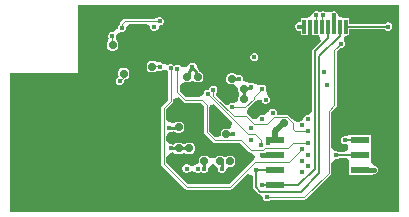
<source format=gbl>
G04*
G04 #@! TF.GenerationSoftware,Altium Limited,Altium Designer,23.3.1 (30)*
G04*
G04 Layer_Physical_Order=4*
G04 Layer_Color=16711680*
%FSAX44Y44*%
%MOMM*%
G71*
G04*
G04 #@! TF.SameCoordinates,E4202109-5C2D-4CF9-8B46-EFF2A95DF25D*
G04*
G04*
G04 #@! TF.FilePolarity,Positive*
G04*
G01*
G75*
G04:AMPARAMS|DCode=21|XSize=0.6mm|YSize=0.6mm|CornerRadius=0.15mm|HoleSize=0mm|Usage=FLASHONLY|Rotation=180.000|XOffset=0mm|YOffset=0mm|HoleType=Round|Shape=RoundedRectangle|*
%AMROUNDEDRECTD21*
21,1,0.6000,0.3000,0,0,180.0*
21,1,0.3000,0.6000,0,0,180.0*
1,1,0.3000,-0.1500,0.1500*
1,1,0.3000,0.1500,0.1500*
1,1,0.3000,0.1500,-0.1500*
1,1,0.3000,-0.1500,-0.1500*
%
%ADD21ROUNDEDRECTD21*%
G04:AMPARAMS|DCode=34|XSize=0.6mm|YSize=0.6mm|CornerRadius=0.15mm|HoleSize=0mm|Usage=FLASHONLY|Rotation=90.000|XOffset=0mm|YOffset=0mm|HoleType=Round|Shape=RoundedRectangle|*
%AMROUNDEDRECTD34*
21,1,0.6000,0.3000,0,0,90.0*
21,1,0.3000,0.6000,0,0,90.0*
1,1,0.3000,0.1500,0.1500*
1,1,0.3000,0.1500,-0.1500*
1,1,0.3000,-0.1500,-0.1500*
1,1,0.3000,-0.1500,0.1500*
%
%ADD34ROUNDEDRECTD34*%
%ADD76C,0.1250*%
%ADD77C,0.1600*%
%ADD78C,0.3000*%
%ADD79C,0.2500*%
%ADD80C,0.4000*%
%ADD81C,0.4000*%
%ADD82R,2.7000X3.0000*%
%ADD83R,0.3000X1.2000*%
%ADD84R,1.6000X0.6000*%
%ADD85C,0.5000*%
G36*
X00541450Y00256550D02*
X00211547D01*
Y00374000D01*
X00269000D01*
Y00431452D01*
X00541450D01*
Y00256550D01*
D02*
G37*
%LPC*%
G36*
X00337904Y00421500D02*
X00336617Y00420967D01*
X00336478Y00420828D01*
X00332252Y00420167D01*
X00332252D01*
X00326931Y00420167D01*
X00314598D01*
X00309100D01*
X00309100Y00420167D01*
X00308271Y00420002D01*
X00308271Y00420002D01*
X00308271Y00420002D01*
X00307568Y00419532D01*
X00307568Y00419532D01*
X00305068Y00417032D01*
X00304598Y00416329D01*
X00304598Y00416329D01*
X00304491Y00415791D01*
X00303633Y00414483D01*
X00303100Y00413196D01*
X00303100Y00411976D01*
X00302256Y00410985D01*
X00299384Y00409015D01*
X00298980Y00409182D01*
X00298979Y00409183D01*
X00298979Y00409183D01*
X00298406Y00409183D01*
X00297587D01*
X00296300Y00408650D01*
X00295316Y00407665D01*
X00295316Y00407665D01*
X00295157Y00407282D01*
X00294783Y00406379D01*
Y00404986D01*
X00295294Y00403565D01*
X00294918Y00401189D01*
X00294255Y00400197D01*
X00294022Y00399026D01*
Y00396026D01*
X00294255Y00394855D01*
X00294918Y00393863D01*
X00295911Y00393200D01*
X00297081Y00392967D01*
X00300081D01*
X00301252Y00393200D01*
X00302244Y00393863D01*
X00302907Y00394855D01*
X00303140Y00396026D01*
Y00399026D01*
X00302907Y00400197D01*
X00302244Y00401189D01*
X00301470Y00403143D01*
X00301783Y00404986D01*
X00301783Y00406207D01*
X00302627Y00407197D01*
X00305498Y00409168D01*
X00305904Y00409000D01*
X00306476Y00409000D01*
X00307296D01*
X00308583Y00409533D01*
X00309567Y00410517D01*
X00309567Y00410517D01*
X00309772Y00411012D01*
X00310100Y00411804D01*
Y00413196D01*
X00313640Y00415667D01*
X00313878Y00415833D01*
X00326529Y00415833D01*
X00330549Y00413779D01*
X00330549Y00412387D01*
X00330549Y00412387D01*
X00331082Y00411101D01*
X00331082Y00411100D01*
X00332066Y00410116D01*
X00332859Y00409788D01*
X00333353Y00409583D01*
X00333353Y00409583D01*
X00334745D01*
X00336031Y00410116D01*
X00337016Y00411100D01*
X00337016Y00411101D01*
X00337549Y00412387D01*
X00337800Y00413883D01*
X00339296Y00414500D01*
X00340583Y00415033D01*
X00341189Y00415639D01*
X00341567Y00416017D01*
X00341567Y00416017D01*
X00341567Y00416018D01*
X00342100Y00417304D01*
Y00418696D01*
X00342100Y00418696D01*
X00341567Y00419982D01*
Y00419983D01*
X00340583Y00420967D01*
X00339296Y00421500D01*
X00337904D01*
X00337904Y00421500D01*
D02*
G37*
G36*
X00470304Y00426665D02*
X00470304Y00426665D01*
X00469017Y00426133D01*
X00468033Y00425148D01*
X00468033Y00425148D01*
X00467500Y00423862D01*
X00467500Y00423862D01*
X00467500Y00423364D01*
X00464741Y00421461D01*
X00463343Y00420950D01*
X00458000D01*
Y00417454D01*
X00457246Y00416950D01*
X00455854Y00416950D01*
X00455854Y00416950D01*
X00454567Y00416417D01*
X00453961Y00415811D01*
X00453775Y00415625D01*
Y00415625D01*
X00453583Y00415433D01*
X00453583Y00415433D01*
X00453583Y00415432D01*
X00453050Y00414146D01*
X00453050Y00414146D01*
Y00412754D01*
X00453050Y00412754D01*
X00453583Y00411468D01*
X00453583Y00411467D01*
X00453583D01*
X00454567Y00410483D01*
X00455854Y00409950D01*
X00457246D01*
X00457246Y00409950D01*
X00458000Y00409446D01*
Y00405950D01*
X00463500D01*
X00464000Y00405950D01*
X00468000D01*
X00468500Y00405950D01*
X00473220D01*
X00475084Y00401450D01*
X00467992Y00394358D01*
X00467483Y00393597D01*
X00467305Y00392700D01*
X00467305Y00392700D01*
Y00342095D01*
X00464346Y00338450D01*
X00462954D01*
X00461667Y00337917D01*
X00460683Y00336933D01*
X00458604Y00333450D01*
X00457838Y00333133D01*
X00456708Y00332939D01*
X00454586Y00333015D01*
X00450937Y00335069D01*
Y00335069D01*
X00450937D01*
X00447926Y00338081D01*
X00447223Y00338551D01*
X00446394Y00338716D01*
X00438306D01*
X00437651Y00339696D01*
X00437651Y00341089D01*
X00437651Y00341089D01*
X00437118Y00342375D01*
X00437118Y00342375D01*
X00436134Y00343360D01*
X00435341Y00343688D01*
X00434847Y00343893D01*
X00434847Y00343892D01*
X00433455D01*
X00432169Y00343360D01*
X00431184Y00342375D01*
X00431184Y00342375D01*
X00430805Y00341459D01*
X00430024Y00340744D01*
X00426554Y00338839D01*
X00426494Y00338827D01*
X00426196Y00338950D01*
X00424804D01*
X00423517Y00338417D01*
X00422533Y00337433D01*
X00422000Y00336146D01*
X00417564Y00334600D01*
X00413132Y00339032D01*
X00413117Y00339042D01*
X00412831Y00340056D01*
X00412707Y00342109D01*
X00412909Y00343994D01*
X00415987Y00347073D01*
X00416914Y00348000D01*
X00419169Y00350255D01*
X00421610Y00351227D01*
X00424532Y00351080D01*
X00424850Y00350929D01*
X00425178Y00350136D01*
X00425383Y00349642D01*
X00425383Y00349642D01*
X00426367Y00348658D01*
X00427654Y00348125D01*
X00429046Y00348125D01*
X00429046Y00348125D01*
X00429540Y00348330D01*
X00430333Y00348658D01*
X00430333Y00348658D01*
X00431317Y00349642D01*
X00431317Y00349642D01*
X00431727Y00350633D01*
X00431850Y00350929D01*
X00431850Y00350929D01*
X00431850Y00350929D01*
X00431850Y00351201D01*
X00431850Y00352321D01*
X00431850Y00352321D01*
X00431850Y00352321D01*
X00431317Y00353608D01*
X00430359Y00354566D01*
X00430253Y00354791D01*
X00428791Y00358454D01*
X00428702Y00359625D01*
X00428900Y00360104D01*
X00428900Y00360104D01*
Y00361496D01*
X00428572Y00362289D01*
X00428367Y00362783D01*
X00428367Y00362783D01*
X00427383Y00363767D01*
X00427383Y00363767D01*
X00426889Y00363972D01*
X00426096Y00364300D01*
X00424704D01*
X00424704Y00364300D01*
X00423695Y00363882D01*
X00423213Y00363798D01*
X00419443Y00364361D01*
X00418585Y00364814D01*
X00417983Y00365417D01*
X00416696Y00365950D01*
X00415304D01*
X00414017Y00365417D01*
X00409831Y00367332D01*
X00409000Y00368504D01*
X00409000Y00369896D01*
X00408467Y00371183D01*
X00407483Y00372167D01*
X00406196Y00372700D01*
X00404804D01*
X00403663Y00372228D01*
X00403239Y00372863D01*
X00402247Y00373526D01*
X00401076Y00373759D01*
X00398076D01*
X00396906Y00373526D01*
X00395913Y00372863D01*
X00395250Y00371870D01*
X00395017Y00370700D01*
Y00367700D01*
X00395250Y00366530D01*
X00395913Y00365537D01*
X00396906Y00364874D01*
X00398076Y00364641D01*
X00401076D01*
X00401375Y00364701D01*
X00401691Y00364552D01*
X00404056Y00362548D01*
X00405017Y00361313D01*
Y00358699D01*
X00405250Y00357529D01*
X00405753Y00356074D01*
X00405250Y00354620D01*
X00405017Y00353449D01*
Y00350896D01*
X00403584Y00349723D01*
X00400832Y00348425D01*
X00400046Y00348750D01*
X00398654D01*
X00397367Y00348217D01*
X00396383Y00347233D01*
X00394894Y00346936D01*
X00386017Y00355814D01*
Y00357217D01*
X00386817Y00358017D01*
X00387350Y00359304D01*
Y00360696D01*
X00386817Y00361983D01*
X00385833Y00362967D01*
X00384546Y00363500D01*
X00383154D01*
X00381867Y00362967D01*
X00380883Y00361983D01*
X00380350Y00360696D01*
Y00360203D01*
X00380046Y00360000D01*
X00378654D01*
X00377367Y00359467D01*
X00376383Y00358483D01*
X00375850Y00357196D01*
X00375119Y00355354D01*
X00371968Y00353417D01*
X00360964D01*
X00355517Y00358864D01*
Y00363478D01*
X00356720Y00364482D01*
X00360017Y00366264D01*
X00360251Y00366217D01*
X00363251D01*
X00364421Y00366450D01*
X00365414Y00367113D01*
X00367088D01*
X00368080Y00366450D01*
X00369251Y00366217D01*
X00372251D01*
X00373421Y00366450D01*
X00374414Y00367113D01*
X00375077Y00368106D01*
X00375310Y00369276D01*
Y00372276D01*
X00375077Y00373447D01*
X00374414Y00374439D01*
X00373421Y00375102D01*
X00372251Y00375335D01*
X00371959D01*
Y00375598D01*
X00371746Y00376671D01*
X00371138Y00377580D01*
X00369750Y00378968D01*
Y00380146D01*
X00369217Y00381433D01*
X00368233Y00382417D01*
X00366946Y00382950D01*
X00365554D01*
X00364267Y00382417D01*
X00363283Y00381433D01*
X00362750Y00380146D01*
X00360739Y00379056D01*
X00356317Y00379483D01*
X00355333Y00380467D01*
X00354046Y00381000D01*
X00352654D01*
X00351367Y00380467D01*
X00351359Y00380459D01*
X00350817Y00380233D01*
X00350817Y00380233D01*
X00349833Y00381217D01*
X00348546Y00381750D01*
X00347154D01*
X00347154Y00381750D01*
X00346157Y00381337D01*
X00345736Y00381227D01*
X00342239Y00381477D01*
X00340885Y00382114D01*
X00340483Y00382517D01*
X00339196Y00383050D01*
X00337804D01*
X00336517Y00382517D01*
X00336367Y00382532D01*
X00335912Y00383213D01*
X00334920Y00383876D01*
X00333749Y00384109D01*
X00330749D01*
X00329579Y00383876D01*
X00328586Y00383213D01*
X00327923Y00382220D01*
X00327690Y00381050D01*
Y00378050D01*
X00327923Y00376879D01*
X00328586Y00375887D01*
X00329579Y00375224D01*
X00330749Y00374991D01*
X00333749D01*
X00334920Y00375224D01*
X00335912Y00375887D01*
X00336367Y00376568D01*
X00336517Y00376583D01*
X00337804Y00376050D01*
X00339196D01*
X00340193Y00376463D01*
X00340614Y00376573D01*
X00344111Y00376323D01*
X00345465Y00375686D01*
X00345683Y00375467D01*
Y00351194D01*
X00340368Y00345879D01*
X00339898Y00345176D01*
X00339733Y00344347D01*
Y00297300D01*
X00339898Y00296471D01*
X00340368Y00295768D01*
X00360118Y00276018D01*
X00360821Y00275548D01*
X00361650Y00275383D01*
X00398400D01*
X00399229Y00275548D01*
X00399932Y00276018D01*
X00412641Y00288727D01*
X00413192Y00288943D01*
X00417455Y00287177D01*
Y00277219D01*
X00417455Y00277219D01*
X00417634Y00276322D01*
X00418142Y00275561D01*
X00421811Y00271892D01*
X00422572Y00271383D01*
X00422572D01*
X00423854Y00270701D01*
X00425650Y00268354D01*
X00426183Y00267067D01*
X00427167Y00266083D01*
X00428454Y00265550D01*
X00429846D01*
X00431133Y00266083D01*
X00431933Y00266883D01*
X00460900D01*
X00461729Y00267048D01*
X00462432Y00267518D01*
X00483182Y00288268D01*
X00483652Y00288971D01*
X00483817Y00289800D01*
Y00297304D01*
X00486654Y00301000D01*
X00488046Y00301000D01*
X00489333Y00301533D01*
X00489955Y00302155D01*
X00496645D01*
X00498750Y00300050D01*
Y00296350D01*
X00498750Y00295550D01*
Y00287350D01*
X00517750D01*
X00517750Y00287350D01*
X00520446Y00288450D01*
X00520446D01*
X00520446Y00288450D01*
X00520771Y00288584D01*
X00521116Y00288653D01*
X00521116Y00288653D01*
X00521408Y00288848D01*
X00521733Y00288983D01*
X00521981Y00289231D01*
X00522273Y00289427D01*
X00522273Y00289427D01*
X00522469Y00289719D01*
X00522717Y00289967D01*
X00522852Y00290292D01*
X00523047Y00290584D01*
X00523047Y00290585D01*
X00523116Y00290929D01*
X00523250Y00291254D01*
X00523250Y00291254D01*
Y00291605D01*
X00523319Y00291950D01*
X00523250Y00292295D01*
X00523250Y00292646D01*
X00523250Y00292646D01*
X00523116Y00292971D01*
X00523047Y00293316D01*
X00523047Y00293316D01*
X00522852Y00293608D01*
X00522717Y00293933D01*
X00522469Y00294181D01*
X00522273Y00294473D01*
X00522273Y00294473D01*
X00521981Y00294669D01*
X00521733Y00294917D01*
X00521408Y00295052D01*
X00521116Y00295247D01*
X00521116Y00295247D01*
X00521116Y00295247D01*
X00520771Y00295315D01*
X00520446Y00295450D01*
X00520446Y00295450D01*
X00517750Y00298833D01*
Y00300050D01*
X00517750Y00300850D01*
Y00308250D01*
X00517750Y00309050D01*
Y00312750D01*
X00517750Y00313550D01*
Y00321750D01*
X00498750D01*
X00498750Y00321750D01*
X00496046Y00320750D01*
X00494654D01*
X00493367Y00320217D01*
X00492383Y00319233D01*
X00491850Y00317946D01*
Y00316554D01*
X00492383Y00315267D01*
X00493367Y00314283D01*
X00494654Y00313750D01*
X00496046D01*
X00497756Y00313118D01*
X00497872Y00308556D01*
X00494832Y00306845D01*
X00489955D01*
X00489333Y00307467D01*
X00488046Y00308000D01*
X00486654Y00308000D01*
X00483817Y00311695D01*
Y00341403D01*
X00487932Y00345518D01*
X00488402Y00346221D01*
X00488567Y00347050D01*
Y00392402D01*
X00491464Y00395300D01*
X00492596D01*
X00493388Y00395628D01*
X00493883Y00395833D01*
X00493883Y00395833D01*
X00494867Y00396817D01*
X00495400Y00398104D01*
Y00399496D01*
X00495400Y00399496D01*
X00494867Y00400783D01*
X00494226Y00401714D01*
X00494348Y00402940D01*
X00495483Y00405799D01*
X00497644Y00405950D01*
X00499000D01*
Y00411105D01*
X00529325D01*
X00529947Y00410483D01*
X00531234Y00409950D01*
X00532626D01*
X00533913Y00410483D01*
X00534897Y00411467D01*
X00535430Y00412754D01*
Y00414146D01*
X00534897Y00415433D01*
X00533913Y00416417D01*
X00532626Y00416950D01*
X00531234D01*
X00529947Y00416417D01*
X00529325Y00415795D01*
X00499000D01*
Y00420950D01*
X00493657D01*
X00489500Y00422469D01*
Y00423862D01*
X00488967Y00425148D01*
X00487983Y00426133D01*
X00486696Y00426665D01*
X00485304D01*
X00484017Y00426133D01*
X00483955Y00426070D01*
X00481551Y00425356D01*
X00478633Y00425767D01*
X00477346Y00426300D01*
X00475954D01*
X00474667Y00425767D01*
X00472983Y00426133D01*
X00471696Y00426665D01*
X00471696Y00426665D01*
X00470304Y00426665D01*
X00470304Y00426665D01*
D02*
G37*
G36*
X00419196Y00391100D02*
X00417804D01*
X00416517Y00390567D01*
X00415533Y00389583D01*
X00415000Y00388296D01*
Y00386904D01*
X00415533Y00385617D01*
X00416517Y00384633D01*
X00417804Y00384100D01*
X00419196D01*
X00420483Y00384633D01*
X00421467Y00385617D01*
X00422000Y00386904D01*
Y00388296D01*
X00421467Y00389583D01*
X00420483Y00390567D01*
X00419196Y00391100D01*
D02*
G37*
G36*
X00309499Y00378183D02*
X00306499D01*
X00305329Y00377950D01*
X00304336Y00377287D01*
X00303673Y00376295D01*
X00303440Y00375124D01*
Y00372124D01*
X00303673Y00370953D01*
X00303541Y00370517D01*
X00302727Y00370179D01*
X00302727Y00370179D01*
X00301742Y00369195D01*
X00301209Y00367909D01*
X00301209Y00367908D01*
X00301209Y00366516D01*
X00301209Y00366516D01*
X00301742Y00365230D01*
X00302727Y00364245D01*
X00302727Y00364245D01*
X00304013Y00363712D01*
X00304013Y00363712D01*
X00304285Y00363712D01*
X00305406D01*
X00306692Y00364245D01*
X00306692D01*
X00307676Y00365230D01*
X00307677Y00365230D01*
X00307781Y00365481D01*
X00308209Y00366516D01*
Y00367648D01*
X00309282Y00368721D01*
X00309514Y00369068D01*
X00310670Y00369298D01*
X00311662Y00369961D01*
X00312325Y00370953D01*
X00312558Y00372124D01*
Y00375124D01*
X00312325Y00376295D01*
X00311662Y00377287D01*
X00310670Y00377950D01*
X00309499Y00378183D01*
D02*
G37*
%LPD*%
G36*
X00399829Y00332691D02*
X00398708Y00327448D01*
X00397271Y00326826D01*
X00396101Y00327059D01*
X00393101D01*
X00391930Y00326826D01*
X00390938Y00326163D01*
X00390275Y00325171D01*
X00390042Y00324000D01*
Y00321000D01*
X00387364Y00319750D01*
X00385745Y00319535D01*
X00380517Y00324764D01*
Y00345640D01*
X00384826Y00347678D01*
X00384841Y00347679D01*
X00399829Y00332691D01*
D02*
G37*
G36*
X00358534Y00349718D02*
X00359237Y00349248D01*
X00360066Y00349083D01*
X00373452D01*
X00376183Y00346353D01*
Y00323866D01*
X00376348Y00323037D01*
X00376818Y00322334D01*
X00383684Y00315468D01*
X00384387Y00314998D01*
X00385216Y00314833D01*
X00406453D01*
X00413943Y00307343D01*
X00414646Y00306873D01*
X00415475Y00306708D01*
X00416104D01*
X00418842Y00303478D01*
X00418264Y00300330D01*
X00417818Y00300032D01*
X00397503Y00279717D01*
X00362547D01*
X00344067Y00298197D01*
Y00303041D01*
X00347054Y00306674D01*
X00348446Y00306674D01*
X00349733Y00307207D01*
X00350836Y00306511D01*
X00351829Y00305848D01*
X00352999Y00305615D01*
X00355999D01*
X00357170Y00305848D01*
X00358162Y00306511D01*
X00359836D01*
X00360829Y00305848D01*
X00361999Y00305615D01*
X00364999D01*
X00366170Y00305848D01*
X00367162Y00306511D01*
X00367825Y00307503D01*
X00368058Y00308674D01*
Y00311674D01*
X00367825Y00312845D01*
X00367162Y00313837D01*
X00366170Y00314500D01*
X00364999Y00314733D01*
X00361999D01*
X00360829Y00314500D01*
X00359836Y00313837D01*
X00358162D01*
X00357170Y00314500D01*
X00355999Y00314733D01*
X00352999D01*
X00351829Y00314500D01*
X00350836Y00313837D01*
X00349733Y00313141D01*
X00348446Y00313674D01*
X00347054Y00313674D01*
X00344067Y00317307D01*
Y00319952D01*
X00346054Y00324000D01*
X00347446D01*
X00348733Y00324533D01*
X00350837Y00324571D01*
X00351829Y00323909D01*
X00353000Y00323676D01*
X00356000D01*
X00357170Y00323909D01*
X00358163Y00324571D01*
X00358826Y00325564D01*
X00359059Y00326734D01*
Y00329734D01*
X00358826Y00330905D01*
X00358163Y00331897D01*
X00357170Y00332560D01*
X00356000Y00332793D01*
X00353000D01*
X00351829Y00332560D01*
X00350837Y00331897D01*
X00350191Y00331458D01*
X00345383Y00332365D01*
X00344067Y00335048D01*
Y00343449D01*
X00349382Y00348765D01*
X00349852Y00349468D01*
X00350017Y00350297D01*
Y00351872D01*
X00354517Y00353736D01*
X00358534Y00349718D01*
D02*
G37*
%LPC*%
G36*
X00399499Y00303933D02*
X00396499D01*
X00395329Y00303700D01*
X00394336Y00303037D01*
X00393162D01*
X00392170Y00303700D01*
X00390999Y00303933D01*
X00387999D01*
X00386829Y00303700D01*
X00385836Y00303037D01*
X00385205Y00302092D01*
X00384952Y00302045D01*
X00380848D01*
X00380594Y00302092D01*
X00379963Y00303037D01*
X00378970Y00303700D01*
X00377800Y00303933D01*
X00374800D01*
X00373629Y00303700D01*
X00372637Y00303037D01*
X00371974Y00302045D01*
X00371741Y00300874D01*
Y00300858D01*
X00371519Y00297719D01*
X00370054Y00296700D01*
X00368767Y00296167D01*
X00368741Y00296141D01*
X00366025Y00295559D01*
X00363309Y00296141D01*
X00363283Y00296167D01*
X00361996Y00296700D01*
X00360604D01*
X00359317Y00296167D01*
X00358333Y00295183D01*
X00357800Y00293896D01*
Y00292504D01*
X00358333Y00291217D01*
X00359317Y00290233D01*
X00360604Y00289700D01*
X00361996D01*
X00363283Y00290233D01*
X00363309Y00290259D01*
X00366025Y00290841D01*
X00368741Y00290259D01*
X00368767Y00290233D01*
X00370054Y00289700D01*
X00371446D01*
X00372733Y00290233D01*
X00373500Y00291000D01*
X00374267Y00290233D01*
X00375554Y00289700D01*
X00376946D01*
X00378233Y00290233D01*
X00379217Y00291217D01*
X00379750Y00292504D01*
Y00293896D01*
X00383458Y00296703D01*
X00384413D01*
X00387750Y00293363D01*
X00387750Y00292504D01*
X00387750Y00292504D01*
X00388283Y00291217D01*
X00388283Y00291217D01*
X00388889Y00290611D01*
X00389267Y00290233D01*
X00389267Y00290233D01*
X00389268Y00290233D01*
X00390554Y00289700D01*
X00391946D01*
X00391946Y00289700D01*
X00393232Y00290233D01*
X00393233D01*
X00394217Y00291217D01*
X00394750Y00292504D01*
X00396015Y00294176D01*
X00398908Y00294815D01*
X00399499D01*
X00400670Y00295048D01*
X00401662Y00295711D01*
X00402325Y00296703D01*
X00402558Y00297874D01*
Y00300874D01*
X00402325Y00302045D01*
X00401662Y00303037D01*
X00400670Y00303700D01*
X00399499Y00303933D01*
D02*
G37*
%LPD*%
D21*
X00389924Y00369201D02*
D03*
X00399924Y00360200D02*
D03*
Y00351950D02*
D03*
X00409576Y00360199D02*
D03*
X00399576Y00369200D02*
D03*
X00409576Y00351949D02*
D03*
D34*
X00308000Y00383276D02*
D03*
X00307999Y00373624D02*
D03*
X00354500Y00319826D02*
D03*
X00354499Y00310174D02*
D03*
X00443599Y00331924D02*
D03*
X00443600Y00341576D02*
D03*
X00370750Y00361124D02*
D03*
X00394602Y00332152D02*
D03*
X00398000Y00309026D02*
D03*
X00389500D02*
D03*
X00376301D02*
D03*
X00332250Y00389202D02*
D03*
X00361750Y00361124D02*
D03*
X00298580Y00387874D02*
D03*
X00354501Y00337886D02*
D03*
X00363500Y00319826D02*
D03*
X00332249Y00379550D02*
D03*
X00376300Y00299374D02*
D03*
X00354500Y00328234D02*
D03*
X00389499Y00299374D02*
D03*
X00298581Y00397526D02*
D03*
X00370751Y00370776D02*
D03*
X00361751D02*
D03*
X00363499Y00310174D02*
D03*
X00397999Y00299374D02*
D03*
X00394601Y00322500D02*
D03*
D76*
X00476325Y00413775D02*
Y00422475D01*
X00476000Y00413450D02*
X00476325Y00413775D01*
Y00422475D02*
X00476650Y00422800D01*
X00471000Y00413450D02*
Y00423165D01*
X00486400Y00393300D02*
X00491900Y00398800D01*
X00486400Y00347050D02*
Y00393300D01*
X00481650Y00342300D02*
X00486400Y00347050D01*
X00429600Y00330500D02*
X00435649Y00336549D01*
X00446394D01*
X00418600Y00330500D02*
X00429600D01*
X00417987Y00353387D02*
X00425400Y00360800D01*
X00446394Y00336549D02*
X00451400Y00331543D01*
X00426059Y00308875D02*
X00427734Y00310550D01*
X00447250D01*
X00451750Y00315050D01*
X00415475Y00308875D02*
X00426059D01*
X00453400Y00325050D02*
X00463650D01*
X00451400Y00327050D02*
Y00331543D01*
Y00327050D02*
X00453400Y00325050D01*
X00429150Y00269050D02*
X00460900D01*
X00481650Y00289800D01*
X00447850Y00298500D02*
X00459300Y00309950D01*
X00341900Y00297300D02*
Y00344347D01*
Y00297300D02*
X00361650Y00277550D01*
X00341900Y00344347D02*
X00347850Y00350297D01*
X00361650Y00277550D02*
X00398400D01*
X00419350Y00298500D01*
X00407350Y00317000D02*
X00415475Y00308875D01*
X00419100Y00322500D02*
X00424350Y00317250D01*
X00413084Y00322500D02*
X00419100D01*
X00385216Y00317000D02*
X00407350D01*
X00424350Y00313000D02*
Y00317250D01*
X00411600Y00337500D02*
X00418600Y00330500D01*
X00481650Y00289800D02*
Y00342300D01*
X00411100Y00345250D02*
X00417987Y00352137D01*
X00399350Y00345250D02*
X00411100D01*
X00417987Y00352137D02*
Y00353387D01*
X00309100Y00418000D02*
X00338600D01*
X00306600Y00415500D02*
X00309100Y00418000D01*
X00401266Y00337500D02*
X00411600D01*
X00383850Y00354916D02*
X00401266Y00337500D01*
X00379350Y00356234D02*
X00413084Y00322500D01*
X00304709Y00367212D02*
X00307750Y00370253D01*
Y00373650D01*
X00332362Y00379625D02*
X00339175D01*
X00332249Y00379512D02*
X00332362Y00379625D01*
X00339175D02*
X00339250Y00379700D01*
X00419350Y00298500D02*
X00447850D01*
X00298283Y00405683D02*
X00298432Y00405533D01*
Y00397675D02*
X00298581Y00397526D01*
X00298432Y00397675D02*
Y00405533D01*
X00290868Y00387874D02*
X00298342D01*
X00451750Y00315050D02*
X00463450D01*
X00360066Y00351250D02*
X00374350D01*
X00353350Y00357966D02*
Y00377500D01*
Y00357966D02*
X00360066Y00351250D01*
X00374350D02*
X00378350Y00347250D01*
X00347850Y00350297D02*
Y00378250D01*
X00383850Y00354916D02*
Y00360000D01*
X00379350Y00356234D02*
Y00356500D01*
X00378350Y00323866D02*
X00385216Y00317000D01*
X00378350Y00323866D02*
Y00347250D01*
X00306600Y00412500D02*
Y00415500D01*
X00363499Y00310174D02*
X00363499Y00310174D01*
X00307750Y00373650D02*
X00308000Y00373900D01*
D77*
X00457900Y00273550D02*
X00473650Y00289300D01*
Y00388300D02*
X00491000Y00405650D01*
Y00413450D01*
X00473650Y00289300D02*
Y00388300D01*
X00456000Y00279150D02*
X00469650Y00292800D01*
Y00392700D02*
X00481000Y00404050D01*
X00469650Y00292800D02*
Y00392700D01*
X00481000Y00404050D02*
Y00413450D01*
X00496398D02*
X00531930D01*
X00425050Y00279150D02*
X00436250D01*
X00456000D01*
X00496000Y00413450D02*
X00496398Y00413052D01*
X00423469Y00273550D02*
X00457900D01*
X00495350Y00317250D02*
X00508250D01*
X00419800Y00277219D02*
Y00292350D01*
Y00277219D02*
X00423469Y00273550D01*
X00419800Y00292350D02*
X00435750D01*
X00436250Y00291850D01*
X00487350Y00304500D02*
X00508200D01*
X00508250Y00304550D01*
D78*
X00485839Y00423165D02*
X00485919Y00423085D01*
X00486000Y00413450D02*
Y00423165D01*
X00354525Y00344075D02*
X00354550Y00344100D01*
X00354501Y00337886D02*
Y00344075D01*
Y00337177D02*
Y00337886D01*
X00332250Y00389202D02*
X00340248D01*
X00354501Y00337152D02*
X00354525Y00337177D01*
X00508250Y00279150D02*
X00519500D01*
X00389500Y00309026D02*
X00398000D01*
X00384026D02*
X00389500D01*
X00376301D02*
Y00314500D01*
X00361750Y00355650D02*
Y00361124D01*
X00370750Y00355650D02*
Y00361124D01*
X00389924Y00360426D02*
Y00369201D01*
X00466000Y00397100D02*
Y00413450D01*
X00456550D02*
X00461000D01*
D79*
X00347051Y00319883D02*
X00347079Y00319854D01*
X00354472D01*
X00354500Y00319826D01*
X00363500D01*
X00376300Y00293250D02*
Y00299374D01*
X00396300Y00298523D02*
Y00300700D01*
X00415594Y00362450D02*
X00416000D01*
X00414939Y00361795D02*
X00415594Y00362450D01*
X00411172Y00361795D02*
X00414939D01*
X00394601Y00322500D02*
X00400850D01*
X00409576Y00360199D02*
X00411172Y00361795D01*
X00409576Y00351949D02*
Y00360199D01*
X00391300Y00293250D02*
Y00300700D01*
X00399576Y00369200D02*
X00405500D01*
X00347750Y00310174D02*
X00363499D01*
X00346750Y00327500D02*
X00352999D01*
X00366250Y00378503D02*
Y00379450D01*
X00363346Y00372372D02*
Y00375599D01*
X00366250Y00378503D01*
X00369155Y00372372D02*
Y00375598D01*
Y00372372D02*
X00370751Y00370776D01*
X00366250Y00378503D02*
X00369155Y00375598D01*
X00361751Y00370776D02*
X00363346Y00372372D01*
D80*
X00425250Y00304700D02*
X00436100D01*
X00508350Y00291950D02*
X00519750D01*
D81*
X00476650Y00422800D02*
D03*
X00486000Y00423165D02*
D03*
X00471000D02*
D03*
X00491900Y00398800D02*
D03*
X00477955Y00375039D02*
D03*
X00347051Y00319883D02*
D03*
X00434151Y00340392D02*
D03*
X00428350Y00351625D02*
D03*
X00425400Y00360800D02*
D03*
X00463650Y00334950D02*
D03*
X00430226Y00314675D02*
D03*
X00459300Y00329950D02*
D03*
X00531930Y00413450D02*
D03*
X00527379Y00258550D02*
D03*
X00533414D02*
D03*
X00527519Y00429450D02*
D03*
X00533484D02*
D03*
X00376250Y00293200D02*
D03*
X00459300Y00289950D02*
D03*
X00429150Y00269050D02*
D03*
X00396300Y00298523D02*
D03*
X00459300Y00299950D02*
D03*
X00463650Y00295050D02*
D03*
X00425050Y00279150D02*
D03*
X00361300Y00293200D02*
D03*
X00370750Y00293200D02*
D03*
X00415600Y00317500D02*
D03*
Y00327500D02*
D03*
X00463650Y00325050D02*
D03*
X00459300Y00309950D02*
D03*
X00463650Y00315050D02*
D03*
Y00305050D02*
D03*
X00440130Y00363320D02*
D03*
X00480500Y00363700D02*
D03*
X00416000Y00362450D02*
D03*
X00317770Y00307891D02*
D03*
X00312781Y00306209D02*
D03*
X00307503Y00308123D02*
D03*
X00226301Y00273546D02*
D03*
X00220906Y00274800D02*
D03*
X00221345Y00281638D02*
D03*
X00221839Y00312617D02*
D03*
X00220237Y00307748D02*
D03*
X00221198Y00302143D02*
D03*
X00283900Y00307050D02*
D03*
X00290846Y00309304D02*
D03*
X00322733Y00333628D02*
D03*
X00273406Y00285690D02*
D03*
X00320790Y00311372D02*
D03*
X00272950Y00312741D02*
D03*
X00236844Y00354912D02*
D03*
X00258810Y00335312D02*
D03*
X00237593Y00360865D02*
D03*
X00225372Y00298780D02*
D03*
X00328733Y00333628D02*
D03*
X00250183Y00343644D02*
D03*
X00304734Y00333628D02*
D03*
X00231975Y00327190D02*
D03*
X00228527Y00322279D02*
D03*
X00310733Y00333690D02*
D03*
X00280753Y00333628D02*
D03*
X00264413Y00333166D02*
D03*
X00225554Y00292783D02*
D03*
X00254357Y00339334D02*
D03*
X00247295Y00268323D02*
D03*
X00302790Y00311431D02*
D03*
X00326790Y00311372D02*
D03*
X00252575Y00292106D02*
D03*
X00225372Y00286786D02*
D03*
X00255196Y00312184D02*
D03*
X00259048Y00266382D02*
D03*
X00247628Y00301244D02*
D03*
X00292752Y00333628D02*
D03*
X00273569Y00279693D02*
D03*
X00235295Y00268258D02*
D03*
X00241295Y00268323D02*
D03*
X00266952Y00312890D02*
D03*
X00273469Y00273694D02*
D03*
X00286753Y00333693D02*
D03*
X00247693Y00307244D02*
D03*
X00278792Y00311372D02*
D03*
X00253053Y00266638D02*
D03*
X00247463Y00295247D02*
D03*
X00218309Y00338493D02*
D03*
X00221875Y00333668D02*
D03*
X00239936Y00349770D02*
D03*
X00226288Y00316713D02*
D03*
X00261143Y00311387D02*
D03*
X00229566Y00270040D02*
D03*
X00316733Y00333628D02*
D03*
X00249257Y00313036D02*
D03*
X00237582Y00366865D02*
D03*
X00296790Y00311449D02*
D03*
X00258561Y00292520D02*
D03*
X00245369Y00347225D02*
D03*
X00226891Y00330376D02*
D03*
X00274781Y00333045D02*
D03*
X00298743Y00333292D02*
D03*
X00340248Y00389202D02*
D03*
X00326750Y00349150D02*
D03*
X00318801Y00349324D02*
D03*
X00311000Y00349150D02*
D03*
X00334049Y00413083D02*
D03*
X00498350Y00351500D02*
D03*
X00425500Y00335450D02*
D03*
X00424350Y00313000D02*
D03*
X00338500Y00379550D02*
D03*
X00419800Y00292350D02*
D03*
X00354501Y00344100D02*
D03*
X00298283Y00405683D02*
D03*
X00290630Y00387874D02*
D03*
X00480500Y00270950D02*
D03*
X00355900Y00389450D02*
D03*
X00314150Y00274550D02*
D03*
X00412850Y00412000D02*
D03*
X00401300Y00413700D02*
D03*
X00386300D02*
D03*
X00466000Y00397100D02*
D03*
X00519500Y00279150D02*
D03*
X00384026Y00309026D02*
D03*
X00376301Y00314500D02*
D03*
X00361750Y00355650D02*
D03*
X00370750D02*
D03*
X00389924Y00360426D02*
D03*
X00520300Y00373700D02*
D03*
X00336850Y00296500D02*
D03*
X00347850Y00378250D02*
D03*
X00353350Y00377500D02*
D03*
X00399350Y00345250D02*
D03*
X00436851Y00258550D02*
D03*
X00430816D02*
D03*
X00442886D02*
D03*
X00479794Y00429450D02*
D03*
X00473829D02*
D03*
X00456550Y00413450D02*
D03*
X00383100Y00324950D02*
D03*
Y00334950D02*
D03*
Y00344950D02*
D03*
X00379350Y00356500D02*
D03*
X00383850Y00360000D02*
D03*
X00306600Y00412500D02*
D03*
X00338600Y00418000D02*
D03*
X00487350Y00304500D02*
D03*
X00495350Y00317250D02*
D03*
X00400850Y00322500D02*
D03*
X00425250Y00304700D02*
D03*
X00418500Y00387600D02*
D03*
X00519750Y00291950D02*
D03*
X00321800Y00384550D02*
D03*
X00311800Y00384550D02*
D03*
X00311800Y00394550D02*
D03*
X00321800Y00394550D02*
D03*
X00503656Y00429450D02*
D03*
X00497691D02*
D03*
X00509622D02*
D03*
X00485760D02*
D03*
X00491725D02*
D03*
X00539450Y00429450D02*
D03*
X00539450Y00423346D02*
D03*
X00515587Y00429450D02*
D03*
X00521553D02*
D03*
X00455932D02*
D03*
X00461898D02*
D03*
X00444001D02*
D03*
X00449966D02*
D03*
X00467863D02*
D03*
X00539450Y00380621D02*
D03*
Y00386725D02*
D03*
Y00374518D02*
D03*
Y00398932D02*
D03*
Y00392828D02*
D03*
Y00356207D02*
D03*
Y00350103D02*
D03*
Y00368414D02*
D03*
Y00362311D02*
D03*
Y00411139D02*
D03*
Y00405036D02*
D03*
Y00417243D02*
D03*
X00414173Y00429450D02*
D03*
X00408208D02*
D03*
X00420139D02*
D03*
X00396276D02*
D03*
X00402242D02*
D03*
X00432070D02*
D03*
X00438035D02*
D03*
X00426104D02*
D03*
X00378380D02*
D03*
X00384345D02*
D03*
X00366449D02*
D03*
X00372414D02*
D03*
X00390311D02*
D03*
X00364500Y00344950D02*
D03*
X00373800D02*
D03*
X00539450Y00313482D02*
D03*
Y00319586D02*
D03*
Y00307379D02*
D03*
Y00331793D02*
D03*
Y00325689D02*
D03*
Y00289068D02*
D03*
Y00282964D02*
D03*
Y00301275D02*
D03*
Y00295171D02*
D03*
Y00344000D02*
D03*
Y00337896D02*
D03*
Y00270757D02*
D03*
Y00276861D02*
D03*
Y00264654D02*
D03*
X00497203Y00258550D02*
D03*
X00503238D02*
D03*
X00521343D02*
D03*
X00539449D02*
D03*
X00509273D02*
D03*
X00515308D02*
D03*
X00460992D02*
D03*
X00467027D02*
D03*
X00448922D02*
D03*
X00454957D02*
D03*
X00485132D02*
D03*
X00491168D02*
D03*
X00473062D02*
D03*
X00479097D02*
D03*
X00373800Y00334950D02*
D03*
X00364500D02*
D03*
Y00324950D02*
D03*
X00373800D02*
D03*
X00412710Y00258550D02*
D03*
X00418746D02*
D03*
X00400640D02*
D03*
X00406675D02*
D03*
X00424781D02*
D03*
X00364429D02*
D03*
X00370464D02*
D03*
X00388570D02*
D03*
X00394605D02*
D03*
X00376499D02*
D03*
X00382535D02*
D03*
X00354518Y00429450D02*
D03*
X00348552D02*
D03*
X00360483D02*
D03*
X00336621D02*
D03*
X00342587D02*
D03*
X00338500Y00399450D02*
D03*
X00324690Y00429450D02*
D03*
X00330655D02*
D03*
X00312759D02*
D03*
X00318724D02*
D03*
X00316800Y00389550D02*
D03*
X00300828Y00429450D02*
D03*
X00294862D02*
D03*
X00306793D02*
D03*
X00282931D02*
D03*
X00288897D02*
D03*
X00276966D02*
D03*
X00271000Y00416683D02*
D03*
Y00429450D02*
D03*
Y00423067D02*
D03*
Y00397533D02*
D03*
Y00391150D02*
D03*
Y00410300D02*
D03*
Y00403917D02*
D03*
Y00384767D02*
D03*
Y00378383D02*
D03*
X00265000Y00372000D02*
D03*
X00271000D02*
D03*
X00253000D02*
D03*
X00259000D02*
D03*
X00241000D02*
D03*
X00247000D02*
D03*
X00235000D02*
D03*
X00213550Y00372000D02*
D03*
Y00353091D02*
D03*
Y00346789D02*
D03*
Y00365697D02*
D03*
Y00359394D02*
D03*
X00328218Y00258550D02*
D03*
X00334253D02*
D03*
X00322183D02*
D03*
X00352359D02*
D03*
X00358394D02*
D03*
X00340289D02*
D03*
X00346324D02*
D03*
X00292007D02*
D03*
X00285972D02*
D03*
X00310113D02*
D03*
X00316148D02*
D03*
X00298042D02*
D03*
X00304077D02*
D03*
X00213550Y00290064D02*
D03*
Y00283761D02*
D03*
Y00327880D02*
D03*
Y00321578D02*
D03*
Y00340486D02*
D03*
Y00334183D02*
D03*
Y00302669D02*
D03*
Y00296367D02*
D03*
Y00315275D02*
D03*
Y00308972D02*
D03*
X00249761Y00258550D02*
D03*
X00255796D02*
D03*
X00237691D02*
D03*
X00243726D02*
D03*
X00273902D02*
D03*
X00279937D02*
D03*
X00261831D02*
D03*
X00267866D02*
D03*
X00213550Y00264853D02*
D03*
Y00277458D02*
D03*
Y00271155D02*
D03*
X00225620Y00258550D02*
D03*
X00231656D02*
D03*
X00213550D02*
D03*
X00219585D02*
D03*
X00391250Y00293200D02*
D03*
X00405500Y00369200D02*
D03*
X00347750Y00310174D02*
D03*
X00346750Y00327500D02*
D03*
X00304709Y00367212D02*
D03*
X00366250Y00379450D02*
D03*
D82*
X00441700Y00394850D02*
D03*
X00515300D02*
D03*
D83*
X00496000Y00413450D02*
D03*
X00491000D02*
D03*
X00486000D02*
D03*
X00481000D02*
D03*
X00476000D02*
D03*
X00471000D02*
D03*
X00466000D02*
D03*
X00461000D02*
D03*
D84*
X00508250Y00279150D02*
D03*
X00436250Y00317250D02*
D03*
Y00304550D02*
D03*
Y00291850D02*
D03*
Y00279150D02*
D03*
X00508250Y00291850D02*
D03*
Y00304550D02*
D03*
Y00317250D02*
D03*
D85*
X00436496Y00317496D02*
Y00324821D01*
X00443599Y00331924D01*
X00436250Y00317250D02*
X00436496Y00317496D01*
M02*

</source>
